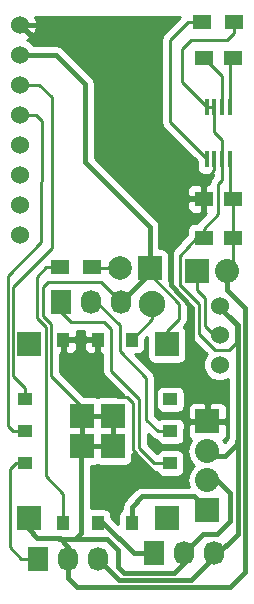
<source format=gtl>
G04 #@! TF.FileFunction,Copper,L1,Top,Signal*
%FSLAX46Y46*%
G04 Gerber Fmt 4.6, Leading zero omitted, Abs format (unit mm)*
G04 Created by KiCad (PCBNEW 4.0.2+dfsg1-stable) date Mon 26 Aug 2019 07:35:53 PM UTC*
%MOMM*%
G01*
G04 APERTURE LIST*
%ADD10C,0.100000*%
%ADD11R,2.000000X2.000000*%
%ADD12C,2.000000*%
%ADD13R,1.727200X2.032000*%
%ADD14O,1.727200X2.032000*%
%ADD15C,2.235200*%
%ADD16C,1.524000*%
%ADD17R,1.500000X1.250000*%
%ADD18R,1.500000X1.300000*%
%ADD19R,0.450000X1.450000*%
%ADD20R,2.032000X2.032000*%
%ADD21O,2.032000X2.032000*%
%ADD22R,1.000000X1.200000*%
%ADD23R,1.200000X1.000000*%
%ADD24C,0.250000*%
%ADD25C,0.400000*%
%ADD26C,0.600000*%
%ADD27C,0.500000*%
%ADD28C,0.254000*%
G04 APERTURE END LIST*
D10*
D11*
X152933400Y-91948000D03*
D12*
X150393400Y-91948000D03*
D13*
X143510000Y-116586000D03*
D14*
X146050000Y-116586000D03*
X148590000Y-116586000D03*
D13*
X153289000Y-116103400D03*
D14*
X155829000Y-116103400D03*
X158369000Y-116103400D03*
D15*
X153156920Y-95011240D03*
D13*
X145450560Y-94833440D03*
D14*
X147990560Y-94833440D03*
X150530560Y-94833440D03*
D16*
X158877000Y-97663000D03*
X158877000Y-95163000D03*
X158877000Y-100163000D03*
X141986000Y-71374000D03*
X141986000Y-73914000D03*
X141986000Y-76454000D03*
X141986000Y-78994000D03*
X141986000Y-81534000D03*
X141986000Y-84074000D03*
X141986000Y-86614000D03*
X141986000Y-89154000D03*
D17*
X157500000Y-86106000D03*
X160000000Y-86106000D03*
X157500000Y-89408000D03*
X160000000Y-89408000D03*
X157500000Y-74168000D03*
X160000000Y-74168000D03*
D18*
X160100000Y-71120000D03*
X157400000Y-71120000D03*
D19*
X157775000Y-82718000D03*
X158425000Y-82718000D03*
X159075000Y-82718000D03*
X159725000Y-82718000D03*
X159725000Y-78318000D03*
X159075000Y-78318000D03*
X158425000Y-78318000D03*
X157775000Y-78318000D03*
D18*
X145335000Y-91897200D03*
X148035000Y-91897200D03*
D20*
X156972000Y-92202000D03*
D21*
X159512000Y-92202000D03*
D20*
X157810200Y-104952800D03*
D21*
X157810200Y-107492800D03*
D20*
X157810200Y-112471200D03*
D21*
X157810200Y-109931200D03*
D11*
X154379040Y-98430840D03*
D22*
X151429040Y-98030840D03*
X148529040Y-98030840D03*
X145629040Y-98030840D03*
D11*
X142679040Y-98430840D03*
D23*
X142379040Y-103080840D03*
X142379040Y-105780840D03*
X142379040Y-108480840D03*
D11*
X142679040Y-113130840D03*
D22*
X145629040Y-113530840D03*
X148529040Y-113530840D03*
X151429040Y-113530840D03*
D11*
X154379040Y-113130840D03*
D23*
X154679040Y-108480840D03*
X154679040Y-105780840D03*
X154679040Y-103080840D03*
D11*
X149829040Y-104480840D03*
X147229040Y-104480840D03*
X147229040Y-107080840D03*
X149829040Y-107080840D03*
D24*
X147229040Y-104480840D02*
X147229040Y-103741278D01*
X147229040Y-103741278D02*
X144597120Y-101109358D01*
X144597120Y-96697800D02*
X143941800Y-96042480D01*
X144597120Y-101109358D02*
X144597120Y-96697800D01*
X150530560Y-94833440D02*
X150497540Y-94833440D01*
X150497540Y-94833440D02*
X148856700Y-93192600D01*
X143941800Y-93573600D02*
X143941800Y-96042480D01*
X144322800Y-93192600D02*
X143941800Y-93573600D01*
X148856700Y-93192600D02*
X144322800Y-93192600D01*
D25*
X147096480Y-107213400D02*
X147096480Y-114381280D01*
X147096480Y-114381280D02*
X146588480Y-114889280D01*
X147096480Y-107213400D02*
X147229040Y-107080840D01*
X144698720Y-114868960D02*
X145308320Y-114868960D01*
X145308320Y-114868960D02*
X146050000Y-115610640D01*
X146050000Y-115610640D02*
X146050000Y-116586000D01*
X146588480Y-114889280D02*
X145288000Y-114889280D01*
X145288000Y-114889280D02*
X145267680Y-114868960D01*
X145267680Y-114868960D02*
X144698720Y-114868960D01*
X144698720Y-114868960D02*
X143438880Y-114868960D01*
X143438880Y-114868960D02*
X142679040Y-114109120D01*
X149291040Y-114889280D02*
X150266400Y-115864640D01*
X155032002Y-117763998D02*
X155829000Y-116967000D01*
X150743358Y-117763998D02*
X155032002Y-117763998D01*
X150266400Y-117287040D02*
X150743358Y-117763998D01*
X150266400Y-115864640D02*
X150266400Y-117287040D01*
X146588480Y-114889280D02*
X149291040Y-114889280D01*
X142679040Y-114109120D02*
X142679040Y-113130840D01*
D24*
X154379040Y-98430840D02*
X154379040Y-97309560D01*
X155417520Y-94990920D02*
X152933400Y-92506800D01*
X155417520Y-96271080D02*
X155417520Y-94990920D01*
X154379040Y-97309560D02*
X155417520Y-96271080D01*
X152933400Y-92506800D02*
X152933400Y-91948000D01*
D25*
X150530560Y-94833440D02*
X150530560Y-94996000D01*
X152933400Y-92430600D02*
X150530560Y-94833440D01*
X150530560Y-94223840D02*
X150530560Y-94833440D01*
X149829040Y-107220540D02*
X149829040Y-107080840D01*
X149829040Y-107080840D02*
X149829040Y-104480840D01*
X147229040Y-107080840D02*
X149829040Y-107080840D01*
X147229040Y-104480840D02*
X147229040Y-107080840D01*
X149829040Y-104480840D02*
X147229040Y-104480840D01*
X150520400Y-95097600D02*
X150502620Y-95097600D01*
X150393400Y-95224600D02*
X150520400Y-95097600D01*
X157810200Y-109931200D02*
X158623000Y-109931200D01*
X158623000Y-109931200D02*
X159715200Y-111023400D01*
X157454600Y-114477800D02*
X155829000Y-116103400D01*
X158623000Y-114477800D02*
X157454600Y-114477800D01*
X159715200Y-113385600D02*
X158623000Y-114477800D01*
X159715200Y-111023400D02*
X159715200Y-113385600D01*
X152933400Y-91948000D02*
X152933400Y-92735400D01*
X141986000Y-73914000D02*
X145008600Y-73914000D01*
X152933400Y-88493600D02*
X152933400Y-91948000D01*
X147447000Y-83007200D02*
X152933400Y-88493600D01*
X147447000Y-76352400D02*
X147447000Y-83007200D01*
X145008600Y-73914000D02*
X147447000Y-76352400D01*
D24*
X150393400Y-95097600D02*
X150520400Y-94361000D01*
D25*
X155829000Y-116967000D02*
X155829000Y-116103400D01*
X146071000Y-116565000D02*
X146050000Y-116586000D01*
X146050000Y-116586000D02*
X146050000Y-118237000D01*
X161036000Y-117729000D02*
X161036000Y-95377000D01*
X159766000Y-118999000D02*
X161036000Y-117729000D01*
X146812000Y-118999000D02*
X159766000Y-118999000D01*
X146050000Y-118237000D02*
X146812000Y-118999000D01*
X159512000Y-92202000D02*
X159512000Y-93853000D01*
X159512000Y-93853000D02*
X161036000Y-95377000D01*
D24*
X159512000Y-92202000D02*
X159512000Y-92456000D01*
X146050000Y-115824000D02*
X146050000Y-116586000D01*
X155702000Y-116586000D02*
X155702000Y-117094000D01*
X155656000Y-116540000D02*
X155702000Y-116586000D01*
X159725000Y-82718000D02*
X159725000Y-85831000D01*
X159725000Y-85831000D02*
X160000000Y-86106000D01*
X160000000Y-89408000D02*
X160000000Y-91714000D01*
X160000000Y-91714000D02*
X159512000Y-92202000D01*
X160000000Y-86106000D02*
X160000000Y-89408000D01*
X150393400Y-91948000D02*
X148085800Y-91948000D01*
X148085800Y-91948000D02*
X148035000Y-91897200D01*
X142379040Y-108480840D02*
X141592320Y-108480840D01*
X141122400Y-109484160D02*
X141122400Y-115625880D01*
X141122400Y-115625880D02*
X142082520Y-116586000D01*
X142082520Y-116586000D02*
X143510000Y-116586000D01*
X141122400Y-108950760D02*
X141122400Y-109484160D01*
X141592320Y-108480840D02*
X141122400Y-108950760D01*
X142379040Y-108480840D02*
X142125720Y-108480840D01*
X142310440Y-108549440D02*
X142379040Y-108480840D01*
D25*
X153289000Y-116103400D02*
X151587200Y-116103400D01*
X151587200Y-116103400D02*
X149014640Y-113530840D01*
X149014640Y-113530840D02*
X148529040Y-113530840D01*
D24*
X153156920Y-95011240D02*
X153156920Y-96302960D01*
X153156920Y-96302960D02*
X151429040Y-98030840D01*
X146283680Y-96560640D02*
X149077680Y-96560640D01*
X145450560Y-95727520D02*
X146283680Y-96560640D01*
X149656800Y-100677980D02*
X152021540Y-103042720D01*
X149656800Y-97139760D02*
X149656800Y-100677980D01*
X149077680Y-96560640D02*
X149656800Y-97139760D01*
X152021540Y-107177840D02*
X152021540Y-103042720D01*
X153324540Y-108480840D02*
X154679040Y-108480840D01*
X152021540Y-107177840D02*
X153324540Y-108480840D01*
X145450560Y-94833440D02*
X145450560Y-95727520D01*
X145440400Y-95097600D02*
X145613120Y-95097600D01*
X147990560Y-94833440D02*
X148402040Y-94833440D01*
X148402040Y-94833440D02*
X150388320Y-96819720D01*
X150388320Y-96819720D02*
X150388320Y-99014280D01*
X150388320Y-99014280D02*
X152636220Y-101262180D01*
X152636220Y-101262180D02*
X152636220Y-104797860D01*
X152636220Y-104797860D02*
X153619200Y-105780840D01*
X154679040Y-105780840D02*
X153619200Y-105780840D01*
X147980400Y-95097600D02*
X148183600Y-95097600D01*
X142379040Y-103080840D02*
X142379040Y-102114538D01*
X142450820Y-92468700D02*
X142455900Y-92468700D01*
X141351422Y-93568098D02*
X142450820Y-92468700D01*
X141351422Y-101086920D02*
X141351422Y-93568098D01*
X142379040Y-102114538D02*
X141351422Y-101086920D01*
X141986000Y-76454000D02*
X143548100Y-76454000D01*
X144627600Y-90297000D02*
X142455900Y-92468700D01*
X144627600Y-77533500D02*
X144627600Y-90297000D01*
X143548100Y-76454000D02*
X144627600Y-77533500D01*
X143766540Y-89755980D02*
X143751300Y-89755980D01*
X141986000Y-78994000D02*
X143283940Y-78994000D01*
X143779240Y-79489300D02*
X143766540Y-89755980D01*
X143283940Y-78994000D02*
X143779240Y-79489300D01*
X143751300Y-89755980D02*
X140901420Y-92605860D01*
X142379040Y-105780840D02*
X141348460Y-105780840D01*
X141348460Y-105780840D02*
X140901420Y-105333800D01*
X140901420Y-105333800D02*
X140901420Y-92605860D01*
X141986000Y-78994000D02*
X142494000Y-78994000D01*
X145629040Y-98030840D02*
X148529040Y-98030840D01*
X148529040Y-98030840D02*
X148529040Y-101170740D01*
X156481780Y-104952800D02*
X157810200Y-104952800D01*
X155821380Y-105613200D02*
X156481780Y-104952800D01*
X155821380Y-109357160D02*
X155821380Y-105613200D01*
X155458160Y-109720380D02*
X155821380Y-109357160D01*
X153837640Y-109720380D02*
X155458160Y-109720380D01*
X151518620Y-107401360D02*
X153837640Y-109720380D01*
X151518620Y-103433880D02*
X151518620Y-107401360D01*
X150987760Y-102903020D02*
X151518620Y-103433880D01*
X150261320Y-102903020D02*
X150987760Y-102903020D01*
X148529040Y-101170740D02*
X150261320Y-102903020D01*
D25*
X157810200Y-104952800D02*
X157810200Y-102108000D01*
X155549600Y-86106000D02*
X157500000Y-86106000D01*
X156514800Y-100812600D02*
X157810200Y-102108000D01*
X156495778Y-95374664D02*
X156514800Y-100812600D01*
X154706315Y-93422941D02*
X156495778Y-95374664D01*
X154721748Y-87177460D02*
X154706315Y-93422941D01*
X155549600Y-86106000D02*
X154721748Y-87177460D01*
D24*
X157500000Y-86106000D02*
X155295600Y-86106000D01*
D25*
X145364200Y-71374000D02*
X141986000Y-71374000D01*
X149885400Y-75895200D02*
X145364200Y-71374000D01*
X149885400Y-80695800D02*
X149885400Y-75895200D01*
X155295600Y-86106000D02*
X149885400Y-80695800D01*
D24*
X157500000Y-86106000D02*
X157500000Y-84562000D01*
X158425000Y-83637000D02*
X158425000Y-82718000D01*
X157500000Y-84562000D02*
X158425000Y-83637000D01*
X155498800Y-93472000D02*
X155575000Y-93472000D01*
X160223200Y-96824800D02*
X160223200Y-98348800D01*
X160223200Y-98348800D02*
X159639000Y-98933000D01*
X159639000Y-98933000D02*
X158496000Y-98933000D01*
X158496000Y-98933000D02*
X157099000Y-97536000D01*
X157099000Y-97536000D02*
X157099000Y-94996000D01*
X157099000Y-94996000D02*
X155575000Y-93472000D01*
X155498800Y-93472000D02*
X155498800Y-90932000D01*
X156845000Y-89408000D02*
X155498800Y-90932000D01*
X160223200Y-96824800D02*
X158877000Y-95478600D01*
D25*
X157810200Y-107848400D02*
X159334200Y-107848400D01*
X160324800Y-106654600D02*
X160375600Y-106654600D01*
X160324800Y-106857800D02*
X160324800Y-106654600D01*
X159334200Y-107848400D02*
X160324800Y-106857800D01*
X148590000Y-116636800D02*
X150317200Y-118364000D01*
X150317200Y-118364000D02*
X156413200Y-118364000D01*
X156413200Y-118364000D02*
X158369000Y-116459000D01*
D26*
X158877000Y-95163000D02*
X158877000Y-95326200D01*
D25*
X158877000Y-95326200D02*
X160375600Y-96824800D01*
X160375600Y-96824800D02*
X160375600Y-106654600D01*
X160375600Y-106654600D02*
X160375600Y-114452400D01*
X160375600Y-114452400D02*
X158369000Y-116459000D01*
D24*
X158877000Y-95163000D02*
X158877000Y-95478600D01*
D27*
X158877000Y-95427800D02*
X158877000Y-95163000D01*
X148590000Y-116586000D02*
X148590000Y-116636800D01*
D24*
X158917000Y-95163000D02*
X158877000Y-95163000D01*
X158369000Y-116459000D02*
X158369000Y-115824000D01*
X156845000Y-89408000D02*
X157500000Y-89408000D01*
X148590000Y-116586000D02*
X149098000Y-116586000D01*
X157500000Y-89408000D02*
X156972000Y-89408000D01*
X159075000Y-82718000D02*
X159075000Y-84511000D01*
X157500000Y-88626000D02*
X157500000Y-89408000D01*
X158750000Y-87376000D02*
X157500000Y-88626000D01*
X158750000Y-84836000D02*
X158750000Y-87376000D01*
X159075000Y-84511000D02*
X158750000Y-84836000D01*
X160100000Y-71120000D02*
X160100000Y-72056000D01*
X155702000Y-76245000D02*
X157775000Y-78318000D01*
X155702000Y-73406000D02*
X155702000Y-76245000D01*
X156464000Y-72644000D02*
X155702000Y-73406000D01*
X159512000Y-72644000D02*
X156464000Y-72644000D01*
X160100000Y-72056000D02*
X159512000Y-72644000D01*
X159075000Y-82718000D02*
X159075000Y-81097000D01*
X158425000Y-80447000D02*
X158425000Y-78318000D01*
X159075000Y-81097000D02*
X158425000Y-80447000D01*
X158425000Y-78318000D02*
X157775000Y-78318000D01*
X159075000Y-78318000D02*
X159075000Y-75743000D01*
X159075000Y-75743000D02*
X157500000Y-74168000D01*
X159725000Y-78318000D02*
X159725000Y-74443000D01*
X159725000Y-74443000D02*
X160000000Y-74168000D01*
X157400000Y-71120000D02*
X156210000Y-71120000D01*
X154686000Y-79629000D02*
X157775000Y-82718000D01*
X154686000Y-72644000D02*
X154686000Y-79629000D01*
X156210000Y-71120000D02*
X154686000Y-72644000D01*
X156972000Y-92202000D02*
X156972000Y-93853000D01*
X157607000Y-96901000D02*
X158369000Y-97663000D01*
X157607000Y-94488000D02*
X157607000Y-96901000D01*
X156972000Y-93853000D02*
X157607000Y-94488000D01*
X158369000Y-97663000D02*
X158877000Y-97663000D01*
D25*
X151429040Y-113530840D02*
X151429040Y-112184860D01*
X156651960Y-111312960D02*
X157810200Y-112471200D01*
X152300940Y-111312960D02*
X156651960Y-111312960D01*
X151429040Y-112184860D02*
X152300940Y-111312960D01*
D24*
X145629040Y-113530840D02*
X145629040Y-111064720D01*
X144139920Y-109575600D02*
X144139920Y-96997520D01*
X145629040Y-111064720D02*
X144139920Y-109575600D01*
X143360140Y-92704920D02*
X143360140Y-96217740D01*
X144167860Y-91897200D02*
X143360140Y-92704920D01*
X144167860Y-91897200D02*
X145335000Y-91897200D01*
X144139920Y-96997520D02*
X143360140Y-96217740D01*
D28*
G36*
X156339000Y-95310802D02*
X156339000Y-97536000D01*
X156396852Y-97826839D01*
X156561599Y-98073401D01*
X157776172Y-99287974D01*
X157693371Y-99370630D01*
X157480243Y-99883900D01*
X157479758Y-100439661D01*
X157691990Y-100953303D01*
X158084630Y-101346629D01*
X158597900Y-101559757D01*
X159153661Y-101560242D01*
X159540600Y-101400362D01*
X159540600Y-106399213D01*
X159525225Y-106476507D01*
X159276895Y-106724837D01*
X159143234Y-106524799D01*
X159185898Y-106507127D01*
X159364527Y-106328499D01*
X159461200Y-106095110D01*
X159461200Y-105238550D01*
X159302450Y-105079800D01*
X157937200Y-105079800D01*
X157937200Y-105099800D01*
X157683200Y-105099800D01*
X157683200Y-105079800D01*
X156317950Y-105079800D01*
X156159200Y-105238550D01*
X156159200Y-106095110D01*
X156255873Y-106328499D01*
X156434502Y-106507127D01*
X156477166Y-106524799D01*
X156252530Y-106860990D01*
X156126855Y-107492800D01*
X156252530Y-108124610D01*
X156610422Y-108660233D01*
X156687897Y-108712000D01*
X156610422Y-108763767D01*
X156252530Y-109299390D01*
X156126855Y-109931200D01*
X156235612Y-110477960D01*
X152300940Y-110477960D01*
X151981399Y-110541521D01*
X151740269Y-110702639D01*
X151710506Y-110722526D01*
X150838606Y-111594426D01*
X150657601Y-111865319D01*
X150594040Y-112184860D01*
X150594040Y-112391822D01*
X150477599Y-112466750D01*
X150332609Y-112678950D01*
X150281600Y-112930840D01*
X150281600Y-113616932D01*
X149676480Y-113011812D01*
X149676480Y-112930840D01*
X149632202Y-112695523D01*
X149493130Y-112479399D01*
X149280930Y-112334409D01*
X149029040Y-112283400D01*
X148029040Y-112283400D01*
X147931480Y-112301757D01*
X147931480Y-108728280D01*
X148229040Y-108728280D01*
X148464357Y-108684002D01*
X148527518Y-108643359D01*
X148577150Y-108677271D01*
X148829040Y-108728280D01*
X150829040Y-108728280D01*
X151064357Y-108684002D01*
X151280481Y-108544930D01*
X151425471Y-108332730D01*
X151476480Y-108080840D01*
X151476480Y-107703778D01*
X151484139Y-107715241D01*
X152787139Y-109018241D01*
X153033700Y-109182988D01*
X153324540Y-109240840D01*
X153491761Y-109240840D01*
X153614950Y-109432281D01*
X153827150Y-109577271D01*
X154079040Y-109628280D01*
X155279040Y-109628280D01*
X155514357Y-109584002D01*
X155730481Y-109444930D01*
X155875471Y-109232730D01*
X155926480Y-108980840D01*
X155926480Y-107980840D01*
X155882202Y-107745523D01*
X155743130Y-107529399D01*
X155530930Y-107384409D01*
X155279040Y-107333400D01*
X154079040Y-107333400D01*
X153843723Y-107377678D01*
X153627599Y-107516750D01*
X153549522Y-107631020D01*
X152781540Y-106863038D01*
X152781540Y-106017982D01*
X153081799Y-106318241D01*
X153328361Y-106482988D01*
X153475130Y-106512182D01*
X153475878Y-106516157D01*
X153614950Y-106732281D01*
X153827150Y-106877271D01*
X154079040Y-106928280D01*
X155279040Y-106928280D01*
X155514357Y-106884002D01*
X155730481Y-106744930D01*
X155875471Y-106532730D01*
X155926480Y-106280840D01*
X155926480Y-105280840D01*
X155882202Y-105045523D01*
X155743130Y-104829399D01*
X155530930Y-104684409D01*
X155279040Y-104633400D01*
X154079040Y-104633400D01*
X153843723Y-104677678D01*
X153689853Y-104776691D01*
X153396220Y-104483058D01*
X153396220Y-102580840D01*
X153431600Y-102580840D01*
X153431600Y-103580840D01*
X153475878Y-103816157D01*
X153614950Y-104032281D01*
X153827150Y-104177271D01*
X154079040Y-104228280D01*
X155279040Y-104228280D01*
X155514357Y-104184002D01*
X155730481Y-104044930D01*
X155875471Y-103832730D01*
X155879974Y-103810490D01*
X156159200Y-103810490D01*
X156159200Y-104667050D01*
X156317950Y-104825800D01*
X157683200Y-104825800D01*
X157683200Y-103460550D01*
X157937200Y-103460550D01*
X157937200Y-104825800D01*
X159302450Y-104825800D01*
X159461200Y-104667050D01*
X159461200Y-103810490D01*
X159364527Y-103577101D01*
X159185898Y-103398473D01*
X158952509Y-103301800D01*
X158095950Y-103301800D01*
X157937200Y-103460550D01*
X157683200Y-103460550D01*
X157524450Y-103301800D01*
X156667891Y-103301800D01*
X156434502Y-103398473D01*
X156255873Y-103577101D01*
X156159200Y-103810490D01*
X155879974Y-103810490D01*
X155926480Y-103580840D01*
X155926480Y-102580840D01*
X155882202Y-102345523D01*
X155743130Y-102129399D01*
X155530930Y-101984409D01*
X155279040Y-101933400D01*
X154079040Y-101933400D01*
X153843723Y-101977678D01*
X153627599Y-102116750D01*
X153482609Y-102328950D01*
X153431600Y-102580840D01*
X153396220Y-102580840D01*
X153396220Y-101262180D01*
X153338368Y-100971341D01*
X153173621Y-100724779D01*
X151727122Y-99278280D01*
X151929040Y-99278280D01*
X152164357Y-99234002D01*
X152380481Y-99094930D01*
X152525471Y-98882730D01*
X152576480Y-98630840D01*
X152576480Y-97958202D01*
X152731600Y-97803082D01*
X152731600Y-99430840D01*
X152775878Y-99666157D01*
X152914950Y-99882281D01*
X153127150Y-100027271D01*
X153379040Y-100078280D01*
X155379040Y-100078280D01*
X155614357Y-100034002D01*
X155830481Y-99894930D01*
X155975471Y-99682730D01*
X156026480Y-99430840D01*
X156026480Y-97430840D01*
X155982202Y-97195523D01*
X155843130Y-96979399D01*
X155808004Y-96955399D01*
X155954922Y-96808481D01*
X156119668Y-96561919D01*
X156177520Y-96271080D01*
X156177520Y-95149322D01*
X156339000Y-95310802D01*
X156339000Y-95310802D01*
G37*
X156339000Y-95310802D02*
X156339000Y-97536000D01*
X156396852Y-97826839D01*
X156561599Y-98073401D01*
X157776172Y-99287974D01*
X157693371Y-99370630D01*
X157480243Y-99883900D01*
X157479758Y-100439661D01*
X157691990Y-100953303D01*
X158084630Y-101346629D01*
X158597900Y-101559757D01*
X159153661Y-101560242D01*
X159540600Y-101400362D01*
X159540600Y-106399213D01*
X159525225Y-106476507D01*
X159276895Y-106724837D01*
X159143234Y-106524799D01*
X159185898Y-106507127D01*
X159364527Y-106328499D01*
X159461200Y-106095110D01*
X159461200Y-105238550D01*
X159302450Y-105079800D01*
X157937200Y-105079800D01*
X157937200Y-105099800D01*
X157683200Y-105099800D01*
X157683200Y-105079800D01*
X156317950Y-105079800D01*
X156159200Y-105238550D01*
X156159200Y-106095110D01*
X156255873Y-106328499D01*
X156434502Y-106507127D01*
X156477166Y-106524799D01*
X156252530Y-106860990D01*
X156126855Y-107492800D01*
X156252530Y-108124610D01*
X156610422Y-108660233D01*
X156687897Y-108712000D01*
X156610422Y-108763767D01*
X156252530Y-109299390D01*
X156126855Y-109931200D01*
X156235612Y-110477960D01*
X152300940Y-110477960D01*
X151981399Y-110541521D01*
X151740269Y-110702639D01*
X151710506Y-110722526D01*
X150838606Y-111594426D01*
X150657601Y-111865319D01*
X150594040Y-112184860D01*
X150594040Y-112391822D01*
X150477599Y-112466750D01*
X150332609Y-112678950D01*
X150281600Y-112930840D01*
X150281600Y-113616932D01*
X149676480Y-113011812D01*
X149676480Y-112930840D01*
X149632202Y-112695523D01*
X149493130Y-112479399D01*
X149280930Y-112334409D01*
X149029040Y-112283400D01*
X148029040Y-112283400D01*
X147931480Y-112301757D01*
X147931480Y-108728280D01*
X148229040Y-108728280D01*
X148464357Y-108684002D01*
X148527518Y-108643359D01*
X148577150Y-108677271D01*
X148829040Y-108728280D01*
X150829040Y-108728280D01*
X151064357Y-108684002D01*
X151280481Y-108544930D01*
X151425471Y-108332730D01*
X151476480Y-108080840D01*
X151476480Y-107703778D01*
X151484139Y-107715241D01*
X152787139Y-109018241D01*
X153033700Y-109182988D01*
X153324540Y-109240840D01*
X153491761Y-109240840D01*
X153614950Y-109432281D01*
X153827150Y-109577271D01*
X154079040Y-109628280D01*
X155279040Y-109628280D01*
X155514357Y-109584002D01*
X155730481Y-109444930D01*
X155875471Y-109232730D01*
X155926480Y-108980840D01*
X155926480Y-107980840D01*
X155882202Y-107745523D01*
X155743130Y-107529399D01*
X155530930Y-107384409D01*
X155279040Y-107333400D01*
X154079040Y-107333400D01*
X153843723Y-107377678D01*
X153627599Y-107516750D01*
X153549522Y-107631020D01*
X152781540Y-106863038D01*
X152781540Y-106017982D01*
X153081799Y-106318241D01*
X153328361Y-106482988D01*
X153475130Y-106512182D01*
X153475878Y-106516157D01*
X153614950Y-106732281D01*
X153827150Y-106877271D01*
X154079040Y-106928280D01*
X155279040Y-106928280D01*
X155514357Y-106884002D01*
X155730481Y-106744930D01*
X155875471Y-106532730D01*
X155926480Y-106280840D01*
X155926480Y-105280840D01*
X155882202Y-105045523D01*
X155743130Y-104829399D01*
X155530930Y-104684409D01*
X155279040Y-104633400D01*
X154079040Y-104633400D01*
X153843723Y-104677678D01*
X153689853Y-104776691D01*
X153396220Y-104483058D01*
X153396220Y-102580840D01*
X153431600Y-102580840D01*
X153431600Y-103580840D01*
X153475878Y-103816157D01*
X153614950Y-104032281D01*
X153827150Y-104177271D01*
X154079040Y-104228280D01*
X155279040Y-104228280D01*
X155514357Y-104184002D01*
X155730481Y-104044930D01*
X155875471Y-103832730D01*
X155879974Y-103810490D01*
X156159200Y-103810490D01*
X156159200Y-104667050D01*
X156317950Y-104825800D01*
X157683200Y-104825800D01*
X157683200Y-103460550D01*
X157937200Y-103460550D01*
X157937200Y-104825800D01*
X159302450Y-104825800D01*
X159461200Y-104667050D01*
X159461200Y-103810490D01*
X159364527Y-103577101D01*
X159185898Y-103398473D01*
X158952509Y-103301800D01*
X158095950Y-103301800D01*
X157937200Y-103460550D01*
X157683200Y-103460550D01*
X157524450Y-103301800D01*
X156667891Y-103301800D01*
X156434502Y-103398473D01*
X156255873Y-103577101D01*
X156159200Y-103810490D01*
X155879974Y-103810490D01*
X155926480Y-103580840D01*
X155926480Y-102580840D01*
X155882202Y-102345523D01*
X155743130Y-102129399D01*
X155530930Y-101984409D01*
X155279040Y-101933400D01*
X154079040Y-101933400D01*
X153843723Y-101977678D01*
X153627599Y-102116750D01*
X153482609Y-102328950D01*
X153431600Y-102580840D01*
X153396220Y-102580840D01*
X153396220Y-101262180D01*
X153338368Y-100971341D01*
X153173621Y-100724779D01*
X151727122Y-99278280D01*
X151929040Y-99278280D01*
X152164357Y-99234002D01*
X152380481Y-99094930D01*
X152525471Y-98882730D01*
X152576480Y-98630840D01*
X152576480Y-97958202D01*
X152731600Y-97803082D01*
X152731600Y-99430840D01*
X152775878Y-99666157D01*
X152914950Y-99882281D01*
X153127150Y-100027271D01*
X153379040Y-100078280D01*
X155379040Y-100078280D01*
X155614357Y-100034002D01*
X155830481Y-99894930D01*
X155975471Y-99682730D01*
X156026480Y-99430840D01*
X156026480Y-97430840D01*
X155982202Y-97195523D01*
X155843130Y-96979399D01*
X155808004Y-96955399D01*
X155954922Y-96808481D01*
X156119668Y-96561919D01*
X156177520Y-96271080D01*
X156177520Y-95149322D01*
X156339000Y-95310802D01*
G36*
X147394040Y-97745090D02*
X147552790Y-97903840D01*
X148402040Y-97903840D01*
X148402040Y-97883840D01*
X148656040Y-97883840D01*
X148656040Y-97903840D01*
X148676040Y-97903840D01*
X148676040Y-98157840D01*
X148656040Y-98157840D01*
X148656040Y-99107090D01*
X148814790Y-99265840D01*
X148896800Y-99265840D01*
X148896800Y-100677980D01*
X148954652Y-100968819D01*
X149119399Y-101215381D01*
X150737418Y-102833400D01*
X148829040Y-102833400D01*
X148593723Y-102877678D01*
X148530562Y-102918321D01*
X148480930Y-102884409D01*
X148229040Y-102833400D01*
X147395964Y-102833400D01*
X145357120Y-100794556D01*
X145357120Y-99252010D01*
X145502040Y-99107090D01*
X145502040Y-98157840D01*
X145756040Y-98157840D01*
X145756040Y-99107090D01*
X145914790Y-99265840D01*
X146255350Y-99265840D01*
X146488739Y-99169167D01*
X146667367Y-98990538D01*
X146764040Y-98757149D01*
X146764040Y-98316590D01*
X147394040Y-98316590D01*
X147394040Y-98757149D01*
X147490713Y-98990538D01*
X147669341Y-99169167D01*
X147902730Y-99265840D01*
X148243290Y-99265840D01*
X148402040Y-99107090D01*
X148402040Y-98157840D01*
X147552790Y-98157840D01*
X147394040Y-98316590D01*
X146764040Y-98316590D01*
X146605290Y-98157840D01*
X145756040Y-98157840D01*
X145502040Y-98157840D01*
X145482040Y-98157840D01*
X145482040Y-97903840D01*
X145502040Y-97903840D01*
X145502040Y-97883840D01*
X145756040Y-97883840D01*
X145756040Y-97903840D01*
X146605290Y-97903840D01*
X146764040Y-97745090D01*
X146764040Y-97320640D01*
X147394040Y-97320640D01*
X147394040Y-97745090D01*
X147394040Y-97745090D01*
G37*
X147394040Y-97745090D02*
X147552790Y-97903840D01*
X148402040Y-97903840D01*
X148402040Y-97883840D01*
X148656040Y-97883840D01*
X148656040Y-97903840D01*
X148676040Y-97903840D01*
X148676040Y-98157840D01*
X148656040Y-98157840D01*
X148656040Y-99107090D01*
X148814790Y-99265840D01*
X148896800Y-99265840D01*
X148896800Y-100677980D01*
X148954652Y-100968819D01*
X149119399Y-101215381D01*
X150737418Y-102833400D01*
X148829040Y-102833400D01*
X148593723Y-102877678D01*
X148530562Y-102918321D01*
X148480930Y-102884409D01*
X148229040Y-102833400D01*
X147395964Y-102833400D01*
X145357120Y-100794556D01*
X145357120Y-99252010D01*
X145502040Y-99107090D01*
X145502040Y-98157840D01*
X145756040Y-98157840D01*
X145756040Y-99107090D01*
X145914790Y-99265840D01*
X146255350Y-99265840D01*
X146488739Y-99169167D01*
X146667367Y-98990538D01*
X146764040Y-98757149D01*
X146764040Y-98316590D01*
X147394040Y-98316590D01*
X147394040Y-98757149D01*
X147490713Y-98990538D01*
X147669341Y-99169167D01*
X147902730Y-99265840D01*
X148243290Y-99265840D01*
X148402040Y-99107090D01*
X148402040Y-98157840D01*
X147552790Y-98157840D01*
X147394040Y-98316590D01*
X146764040Y-98316590D01*
X146605290Y-98157840D01*
X145756040Y-98157840D01*
X145502040Y-98157840D01*
X145482040Y-98157840D01*
X145482040Y-97903840D01*
X145502040Y-97903840D01*
X145502040Y-97883840D01*
X145756040Y-97883840D01*
X145756040Y-97903840D01*
X146605290Y-97903840D01*
X146764040Y-97745090D01*
X146764040Y-97320640D01*
X147394040Y-97320640D01*
X147394040Y-97745090D01*
G36*
X154148599Y-72106599D02*
X153983852Y-72353161D01*
X153926000Y-72644000D01*
X153926000Y-79629000D01*
X153983852Y-79919839D01*
X154148599Y-80166401D01*
X156902560Y-82920362D01*
X156902560Y-83443000D01*
X156946838Y-83678317D01*
X157085910Y-83894441D01*
X157298110Y-84039431D01*
X157550000Y-84090440D01*
X158000000Y-84090440D01*
X158071323Y-84077020D01*
X158073690Y-84078000D01*
X158153750Y-84078000D01*
X158174062Y-84057688D01*
X158235317Y-84046162D01*
X158297998Y-84005828D01*
X158297998Y-84078000D01*
X158315000Y-84078000D01*
X158315000Y-84196198D01*
X158212599Y-84298599D01*
X158047852Y-84545161D01*
X157990000Y-84836000D01*
X157990000Y-84846000D01*
X157785750Y-84846000D01*
X157627000Y-85004750D01*
X157627000Y-85979000D01*
X157647000Y-85979000D01*
X157647000Y-86233000D01*
X157627000Y-86233000D01*
X157627000Y-87207250D01*
X157735474Y-87315724D01*
X156962599Y-88088599D01*
X156931221Y-88135560D01*
X156750000Y-88135560D01*
X156514683Y-88179838D01*
X156298559Y-88318910D01*
X156153569Y-88531110D01*
X156102560Y-88783000D01*
X156102560Y-89100522D01*
X154929200Y-90428854D01*
X154866208Y-90537063D01*
X154796652Y-90641161D01*
X154792003Y-90664534D01*
X154780013Y-90685130D01*
X154763226Y-90809204D01*
X154738800Y-90932000D01*
X154738800Y-93237398D01*
X154558705Y-93057303D01*
X154580840Y-92948000D01*
X154580840Y-90948000D01*
X154536562Y-90712683D01*
X154397490Y-90496559D01*
X154185290Y-90351569D01*
X153933400Y-90300560D01*
X153768400Y-90300560D01*
X153768400Y-88493600D01*
X153704839Y-88174059D01*
X153523834Y-87903166D01*
X152012418Y-86391750D01*
X156115000Y-86391750D01*
X156115000Y-86857310D01*
X156211673Y-87090699D01*
X156390302Y-87269327D01*
X156623691Y-87366000D01*
X157214250Y-87366000D01*
X157373000Y-87207250D01*
X157373000Y-86233000D01*
X156273750Y-86233000D01*
X156115000Y-86391750D01*
X152012418Y-86391750D01*
X150975358Y-85354690D01*
X156115000Y-85354690D01*
X156115000Y-85820250D01*
X156273750Y-85979000D01*
X157373000Y-85979000D01*
X157373000Y-85004750D01*
X157214250Y-84846000D01*
X156623691Y-84846000D01*
X156390302Y-84942673D01*
X156211673Y-85121301D01*
X156115000Y-85354690D01*
X150975358Y-85354690D01*
X148282000Y-82661332D01*
X148282000Y-76352400D01*
X148218439Y-76032859D01*
X148037434Y-75761966D01*
X145599034Y-73323566D01*
X145550460Y-73291110D01*
X145328141Y-73142561D01*
X145008600Y-73079000D01*
X143126391Y-73079000D01*
X142778370Y-72730371D01*
X142586273Y-72650605D01*
X142717143Y-72596397D01*
X142786608Y-72354213D01*
X141986000Y-71553605D01*
X141971858Y-71567748D01*
X141792253Y-71388143D01*
X141806395Y-71374000D01*
X141792253Y-71359858D01*
X141971858Y-71180253D01*
X141986000Y-71194395D01*
X142000143Y-71180253D01*
X142179748Y-71359858D01*
X142165605Y-71374000D01*
X142966213Y-72174608D01*
X143208397Y-72105143D01*
X143395144Y-71581698D01*
X143367362Y-71026632D01*
X143246564Y-70735000D01*
X155520198Y-70735000D01*
X154148599Y-72106599D01*
X154148599Y-72106599D01*
G37*
X154148599Y-72106599D02*
X153983852Y-72353161D01*
X153926000Y-72644000D01*
X153926000Y-79629000D01*
X153983852Y-79919839D01*
X154148599Y-80166401D01*
X156902560Y-82920362D01*
X156902560Y-83443000D01*
X156946838Y-83678317D01*
X157085910Y-83894441D01*
X157298110Y-84039431D01*
X157550000Y-84090440D01*
X158000000Y-84090440D01*
X158071323Y-84077020D01*
X158073690Y-84078000D01*
X158153750Y-84078000D01*
X158174062Y-84057688D01*
X158235317Y-84046162D01*
X158297998Y-84005828D01*
X158297998Y-84078000D01*
X158315000Y-84078000D01*
X158315000Y-84196198D01*
X158212599Y-84298599D01*
X158047852Y-84545161D01*
X157990000Y-84836000D01*
X157990000Y-84846000D01*
X157785750Y-84846000D01*
X157627000Y-85004750D01*
X157627000Y-85979000D01*
X157647000Y-85979000D01*
X157647000Y-86233000D01*
X157627000Y-86233000D01*
X157627000Y-87207250D01*
X157735474Y-87315724D01*
X156962599Y-88088599D01*
X156931221Y-88135560D01*
X156750000Y-88135560D01*
X156514683Y-88179838D01*
X156298559Y-88318910D01*
X156153569Y-88531110D01*
X156102560Y-88783000D01*
X156102560Y-89100522D01*
X154929200Y-90428854D01*
X154866208Y-90537063D01*
X154796652Y-90641161D01*
X154792003Y-90664534D01*
X154780013Y-90685130D01*
X154763226Y-90809204D01*
X154738800Y-90932000D01*
X154738800Y-93237398D01*
X154558705Y-93057303D01*
X154580840Y-92948000D01*
X154580840Y-90948000D01*
X154536562Y-90712683D01*
X154397490Y-90496559D01*
X154185290Y-90351569D01*
X153933400Y-90300560D01*
X153768400Y-90300560D01*
X153768400Y-88493600D01*
X153704839Y-88174059D01*
X153523834Y-87903166D01*
X152012418Y-86391750D01*
X156115000Y-86391750D01*
X156115000Y-86857310D01*
X156211673Y-87090699D01*
X156390302Y-87269327D01*
X156623691Y-87366000D01*
X157214250Y-87366000D01*
X157373000Y-87207250D01*
X157373000Y-86233000D01*
X156273750Y-86233000D01*
X156115000Y-86391750D01*
X152012418Y-86391750D01*
X150975358Y-85354690D01*
X156115000Y-85354690D01*
X156115000Y-85820250D01*
X156273750Y-85979000D01*
X157373000Y-85979000D01*
X157373000Y-85004750D01*
X157214250Y-84846000D01*
X156623691Y-84846000D01*
X156390302Y-84942673D01*
X156211673Y-85121301D01*
X156115000Y-85354690D01*
X150975358Y-85354690D01*
X148282000Y-82661332D01*
X148282000Y-76352400D01*
X148218439Y-76032859D01*
X148037434Y-75761966D01*
X145599034Y-73323566D01*
X145550460Y-73291110D01*
X145328141Y-73142561D01*
X145008600Y-73079000D01*
X143126391Y-73079000D01*
X142778370Y-72730371D01*
X142586273Y-72650605D01*
X142717143Y-72596397D01*
X142786608Y-72354213D01*
X141986000Y-71553605D01*
X141971858Y-71567748D01*
X141792253Y-71388143D01*
X141806395Y-71374000D01*
X141792253Y-71359858D01*
X141971858Y-71180253D01*
X141986000Y-71194395D01*
X142000143Y-71180253D01*
X142179748Y-71359858D01*
X142165605Y-71374000D01*
X142966213Y-72174608D01*
X143208397Y-72105143D01*
X143395144Y-71581698D01*
X143367362Y-71026632D01*
X143246564Y-70735000D01*
X155520198Y-70735000D01*
X154148599Y-72106599D01*
M02*

</source>
